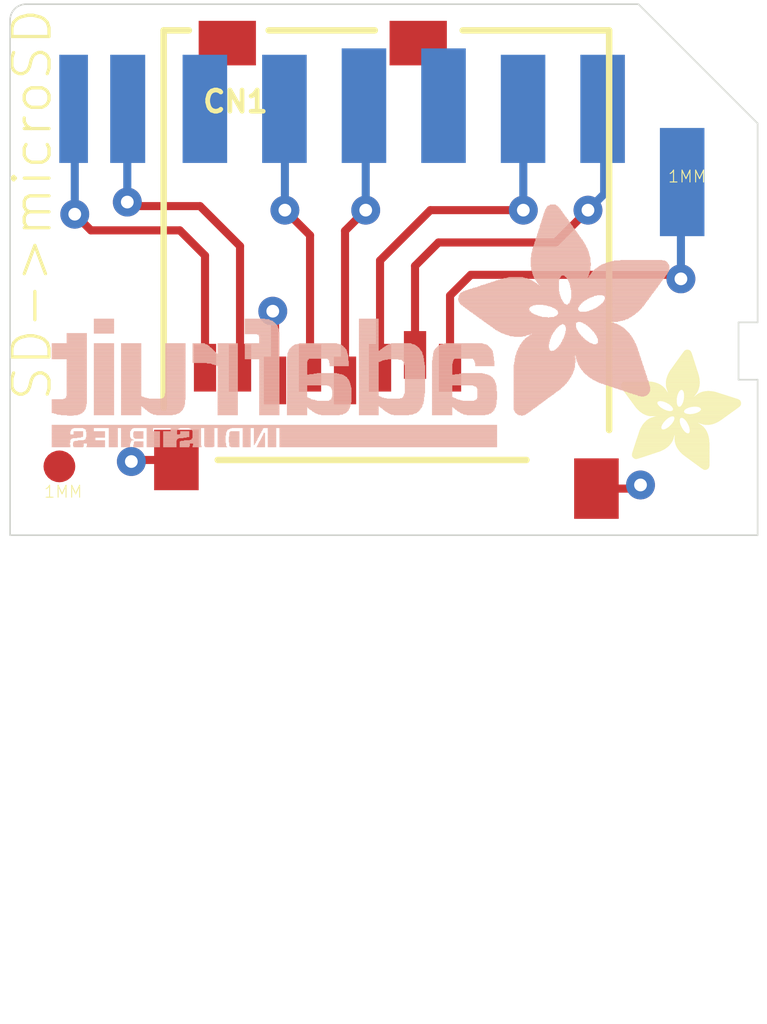
<source format=kicad_pcb>
(kicad_pcb (version 20211014) (generator pcbnew)
  (layers (0 "F.Cu" signal) (31 "B.Cu" signal) (34 "B.Paste" user) (35 "F.Paste" user) (36 "B.SilkS" user "B.Silkscreen") (37 "F.SilkS" user "F.Silkscreen") (38 "B.Mask" user) (39 "F.Mask" user) (44 "Edge.Cuts" user))
  (net 0 "")
  (net 1 "CD/DAT3")
  (net 2 "CMD")
  (net 3 "VDD")
  (net 4 "CLK")
  (net 5 "DAT0")
  (net 6 "DAT1")
  (net 7 "DAT2")
  (net 8 "GND")
  (footprint "boardEagle:FIDUCIAL-1X2.5" (layer "F.Cu") (at 138.3045 111.1847)
    (fp_text reference "FID2" hide)
    (fp_text value "FIDUCIAL1X2.5" hide)
    (fp_text user "1MM" (at -0.508 1.016) (layer "F.SilkS") (effects (font (size 0.373888 0.373888) (thickness 0.032512)) (justify left bottom)))
    (pad "1" smd roundrect (at 0 0) (size 1 1) (layers "F.Cu" "F.Mask") (roundrect_rratio 0.5))
  )
  (footprint "boardEagle:ADAFRUIT_3.5MM" (layer "F.Cu") (at 155.9321 111.3117)
    (fp_text reference "U$5" hide)
    (fp_text value "" hide)
  )
  (footprint "boardEagle:FIDUCIAL-1X2.5" (layer "F.Cu") (at 157.9133 101.2787)
    (fp_text reference "FID1" hide)
    (fp_text value "FIDUCIAL1X2.5" hide)
    (fp_text user "1MM" (at -0.508 1.016) (layer "F.SilkS") (effects (font (size 0.373888 0.373888) (thickness 0.032512)) (justify left bottom)))
    (pad "1" smd roundrect (at 0 0) (size 1 1) (layers "F.Cu" "F.Mask") (roundrect_rratio 0.5))
  )
  (footprint "boardEagle:MICROSD" (layer "F.Cu") (at 141.5811 97.4433)
    (fp_text reference "CN1" (at 1.16 2.67) (layer "F.SilkS") (effects (font (size 0.666496 0.666496) (thickness 0.146304)) (justify left bottom)))
    (fp_text value "")
    (pad "1" smd rect (at 9 10.64) (size 0.7 1.5) (layers "F.Cu" "F.Paste" "F.Mask") (net 7 "DAT2"))
    (pad "2" smd rect (at 7.9 10.24) (size 0.7 1.5) (layers "F.Cu" "F.Paste" "F.Mask") (net 1 "CD/DAT3"))
    (pad "3" smd rect (at 6.8 10.64) (size 0.7 1.5) (layers "F.Cu" "F.Paste" "F.Mask") (net 2 "CMD"))
    (pad "4" smd rect (at 5.7 11.04) (size 0.7 1.5) (layers "F.Cu" "F.Paste" "F.Mask") (net 3 "VDD"))
    (pad "5" smd rect (at 4.6 10.64) (size 0.7 1.5) (layers "F.Cu" "F.Paste" "F.Mask") (net 4 "CLK"))
    (pad "6" smd rect (at 3.5 11.04) (size 0.7 1.5) (layers "F.Cu" "F.Paste" "F.Mask") (net 8 "GND"))
    (pad "7" smd rect (at 2.4 10.64) (size 0.7 1.5) (layers "F.Cu" "F.Paste" "F.Mask") (net 5 "DAT0"))
    (pad "8" smd rect (at 1.3 10.64) (size 0.7 1.5) (layers "F.Cu" "F.Paste" "F.Mask") (net 6 "DAT1"))
    (pad "CD1" smd rect (at 2 0.44 90) (size 1.4 1.8) (layers "F.Cu" "F.Paste" "F.Mask"))
    (pad "CD2" smd rect (at 8 0.44 90) (size 1.4 1.8) (layers "F.Cu" "F.Paste" "F.Mask"))
    (pad "MT1" smd rect (at 0.4 13.54) (size 1.4 1.9) (layers "F.Cu" "F.Paste" "F.Mask") (net 8 "GND"))
    (pad "MT2" smd rect (at 13.6 14.44) (size 1.4 1.9) (layers "F.Cu" "F.Paste" "F.Mask") (net 8 "GND"))
  )
  (footprint "boardEagle:ADAFRUIT_TEXT_20MM" (layer "B.Cu") (at 157.6339 110.5751 180)
    (fp_text reference "U$6" hide)
    (fp_text value "" hide)
  )
  (footprint "boardEagle:SDCARD_PCBCARRIER_DOCU" (layer "B.Cu") (at 148.5011 99.9499 180)
    (fp_text reference "U$2" hide)
    (fp_text value "SDCARD_PCBCARRIERTDOCU" hide)
    (pad "P$1" smd rect (at -6.875 0 180) (size 1.4 3.4) (layers "B.Cu" "B.Paste" "B.Mask") (net 1 "CD/DAT3"))
    (pad "P$2" smd rect (at -4.375 0 180) (size 1.4 3.4) (layers "B.Cu" "B.Paste" "B.Mask") (net 2 "CMD"))
    (pad "P$3" smd rect (at -1.875 0.1 180) (size 1.4 3.6) (layers "B.Cu" "B.Paste" "B.Mask") (net 8 "GND"))
    (pad "P$4" smd rect (at 0.625 0.1 180) (size 1.4 3.6) (layers "B.Cu" "B.Paste" "B.Mask") (net 3 "VDD"))
    (pad "P$5" smd rect (at 3.125 0 180) (size 1.4 3.4) (layers "B.Cu" "B.Paste" "B.Mask") (net 4 "CLK"))
    (pad "P$6" smd rect (at 5.625 0 180) (size 1.4 3.4) (layers "B.Cu" "B.Paste" "B.Mask") (net 8 "GND"))
    (pad "P$7" smd rect (at 8.05 0 180) (size 1.1 3.4) (layers "B.Cu" "B.Paste" "B.Mask") (net 5 "DAT0"))
    (pad "P$8" smd rect (at 9.75 0 180) (size 0.9 3.4) (layers "B.Cu" "B.Paste" "B.Mask") (net 6 "DAT1"))
    (pad "P$9" smd rect (at -9.375 -2.3 180) (size 1.4 3.4) (layers "B.Cu" "B.Paste" "B.Mask") (net 7 "DAT2"))
  )
  (gr_line (start 159.6471 106.6599) (end 160.2471 106.6599) (layer "Edge.Cuts") (width 0.05))
  (gr_line (start 156.5011 96.6599) (end 137.2551 96.6599) (layer "Edge.Cuts") (width 0.05))
  (gr_line (start 136.7551 97.1599) (end 136.7551 113.3473) (layer "Edge.Cuts") (width 0.05))
  (gr_line (start 159.6471 108.4599) (end 159.6471 106.6599) (layer "Edge.Cuts") (width 0.05))
  (gr_line (start 160.2471 106.6599) (end 160.2471 100.4059) (layer "Edge.Cuts") (width 0.05))
  (gr_line (start 160.2471 113.3473) (end 160.2471 108.4599) (layer "Edge.Cuts") (width 0.05))
  (gr_arc (start 136.7551 97.1599) (mid 136.901547 96.806347) (end 137.2551 96.6599) (layer "Edge.Cuts") (width 0.05))
  (gr_line (start 160.2471 108.4599) (end 159.6471 108.4599) (layer "Edge.Cuts") (width 0.05))
  (gr_line (start 136.7551 113.3473) (end 160.2471 113.3473) (layer "Edge.Cuts") (width 0.05))
  (gr_line (start 160.2471 100.4059) (end 156.5011 96.6599) (layer "Edge.Cuts") (width 0.05))
  (gr_text "SD->microSD" (at 138.1267 109.2035 90) (layer "F.SilkS") (effects (font (size 1.1684 1.1684) (thickness 0.1016)) (justify left bottom)))
  (segment (start 149.4811 107.6833) (end 149.4811 104.8849) (width 0.254) (layer "F.Cu") (net 1))
  (segment (start 150.2171 104.1489) (end 153.9001 104.1489) (width 0.254) (layer "F.Cu") (net 1))
  (segment (start 149.4811 104.8849) (end 150.2171 104.1489) (width 0.254) (layer "F.Cu") (net 1))
  (segment (start 153.9001 104.1489) (end 154.9161 103.1329) (width 0.254) (layer "F.Cu") (net 1))
  (via (at 154.9161 103.1329) (size 0.908) (drill 0.4) (layers "F.Cu" "B.Cu") (net 1))
  (segment (start 154.9161 103.1329) (end 155.4241 102.6249) (width 0.254) (layer "B.Cu") (net 1))
  (segment (start 155.4241 99.9979) (end 155.3761 99.9499) (width 0.254) (layer "B.Cu") (net 1))
  (segment (start 155.4241 102.6249) (end 155.4241 99.9979) (width 0.254) (layer "B.Cu") (net 1))
  (segment (start 148.3811 108.0833) (end 148.3811 104.7149) (width 0.254) (layer "F.Cu") (net 2))
  (segment (start 149.9631 103.1329) (end 152.8841 103.1329) (width 0.254) (layer "F.Cu") (net 2))
  (segment (start 148.3811 104.7149) (end 149.9631 103.1329) (width 0.254) (layer "F.Cu") (net 2))
  (via (at 152.8841 103.1329) (size 0.908) (drill 0.4) (layers "F.Cu" "B.Cu") (net 2))
  (segment (start 152.8841 99.9579) (end 152.8761 99.9499) (width 0.254) (layer "B.Cu") (net 2))
  (segment (start 152.8841 103.1329) (end 152.8841 99.9579) (width 0.254) (layer "B.Cu") (net 2))
  (segment (start 147.2811 103.7829) (end 147.9311 103.1329) (width 0.254) (layer "F.Cu") (net 3))
  (segment (start 147.2811 108.4833) (end 147.2811 103.7829) (width 0.254) (layer "F.Cu") (net 3))
  (via (at 147.9311 103.1329) (size 0.908) (drill 0.4) (layers "F.Cu" "B.Cu") (net 3))
  (segment (start 147.9311 103.1329) (end 147.9311 99.9049) (width 0.254) (layer "B.Cu") (net 3))
  (segment (start 147.9311 99.9049) (end 147.8761 99.8499) (width 0.254) (layer "B.Cu") (net 3))
  (segment (start 146.1811 108.0833) (end 146.1811 103.9229) (width 0.254) (layer "F.Cu") (net 4))
  (segment (start 146.1811 103.9229) (end 145.3911 103.1329) (width 0.254) (layer "F.Cu") (net 4))
  (via (at 145.3911 103.1329) (size 0.908) (drill 0.4) (layers "F.Cu" "B.Cu") (net 4))
  (segment (start 145.3911 103.1329) (end 145.3911 99.9649) (width 0.254) (layer "B.Cu") (net 4))
  (segment (start 145.3911 99.9649) (end 145.3761 99.9499) (width 0.254) (layer "B.Cu") (net 4))
  (segment (start 143.9811 104.2629) (end 142.7241 103.0059) (width 0.254) (layer "F.Cu") (net 5))
  (segment (start 143.9811 108.0833) (end 143.9811 104.2629) (width 0.254) (layer "F.Cu") (net 5))
  (segment (start 142.7241 103.0059) (end 140.5651 103.0059) (width 0.254) (layer "F.Cu") (net 5))
  (segment (start 140.5651 103.0059) (end 140.4381 102.8789) (width 0.254) (layer "F.Cu") (net 5))
  (via (at 140.4381 102.8789) (size 0.908) (drill 0.4) (layers "F.Cu" "B.Cu") (net 5))
  (segment (start 140.4381 99.9629) (end 140.4511 99.9499) (width 0.254) (layer "B.Cu") (net 5))
  (segment (start 140.4381 102.8789) (end 140.4381 99.9629) (width 0.254) (layer "B.Cu") (net 5))
  (segment (start 142.8811 108.0833) (end 142.8811 104.5599) (width 0.254) (layer "F.Cu") (net 6))
  (segment (start 142.8811 104.5599) (end 142.0891 103.7679) (width 0.254) (layer "F.Cu") (net 6))
  (segment (start 139.2951 103.7679) (end 138.7871 103.2599) (width 0.254) (layer "F.Cu") (net 6))
  (segment (start 142.0891 103.7679) (end 139.2951 103.7679) (width 0.254) (layer "F.Cu") (net 6))
  (via (at 138.7871 103.2599) (size 0.908) (drill 0.4) (layers "F.Cu" "B.Cu") (net 6))
  (segment (start 138.7871 103.2599) (end 138.7871 99.9859) (width 0.254) (layer "B.Cu") (net 6))
  (segment (start 138.7871 99.9859) (end 138.7511 99.9499) (width 0.254) (layer "B.Cu") (net 6))
  (segment (start 157.4561 105.1649) (end 157.8371 105.2919) (width 0.254) (layer "F.Cu") (net 7))
  (segment (start 150.5811 105.8169) (end 151.2331 105.1649) (width 0.254) (layer "F.Cu") (net 7))
  (segment (start 151.2331 105.1649) (end 157.4561 105.1649) (width 0.254) (layer "F.Cu") (net 7))
  (segment (start 150.5811 108.0833) (end 150.5811 105.8169) (width 0.254) (layer "F.Cu") (net 7))
  (via (at 157.8371 105.2919) (size 0.908) (drill 0.4) (layers "F.Cu" "B.Cu") (net 7))
  (segment (start 157.8371 105.2919) (end 157.8371 102.2889) (width 0.254) (layer "B.Cu") (net 7))
  (segment (start 157.8371 102.2889) (end 157.8761 102.2499) (width 0.254) (layer "B.Cu") (net 7))
  (segment (start 145.0811 108.4833) (end 145.0811 106.3789) (width 0.254) (layer "F.Cu") (net 8))
  (segment (start 155.1811 111.8833) (end 156.4527 111.8833) (width 0.254) (layer "F.Cu") (net 8))
  (segment (start 145.0811 106.3789) (end 145.0101 106.3079) (width 0.254) (layer "F.Cu") (net 8))
  (segment (start 156.4527 111.8833) (end 156.5671 111.7689) (width 0.254) (layer "F.Cu") (net 8))
  (segment (start 140.6395 110.9833) (end 140.5651 111.0323) (width 0.254) (layer "F.Cu") (net 8))
  (segment (start 141.9811 110.9833) (end 140.6395 110.9833) (width 0.254) (layer "F.Cu") (net 8))
  (via (at 140.5651 111.0323) (size 0.908) (drill 0.4) (layers "F.Cu" "B.Cu") (net 8))
  (via (at 156.5671 111.7689) (size 0.908) (drill 0.4) (layers "F.Cu" "B.Cu") (net 8))
  (via (at 145.0101 106.3079) (size 0.908) (drill 0.4) (layers "F.Cu" "B.Cu") (net 8))
  (segment (start 140.5651 111.0323) (end 140.2857 111.0323) (width 0.254) (layer "B.Cu") (net 8))
  (segment (start 156.5671 111.7689) (end 156.8211 111.7689) (width 0.254) (layer "B.Cu") (net 8))
  (segment (start 145.0101 106.3079) (end 145.0101 106.0539) (width 0.254) (layer "B.Cu") (net 8))
)
</source>
